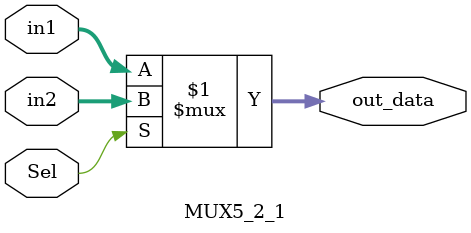
<source format=v>
`timescale 1ns / 1ps
module MUX5_2_1(
    input [4:0] in1 , in2 ,
	 input Sel ,
	 output [4:0] out_data
    );

    assign out_data = Sel ? in2 : in1;
	 
endmodule

</source>
